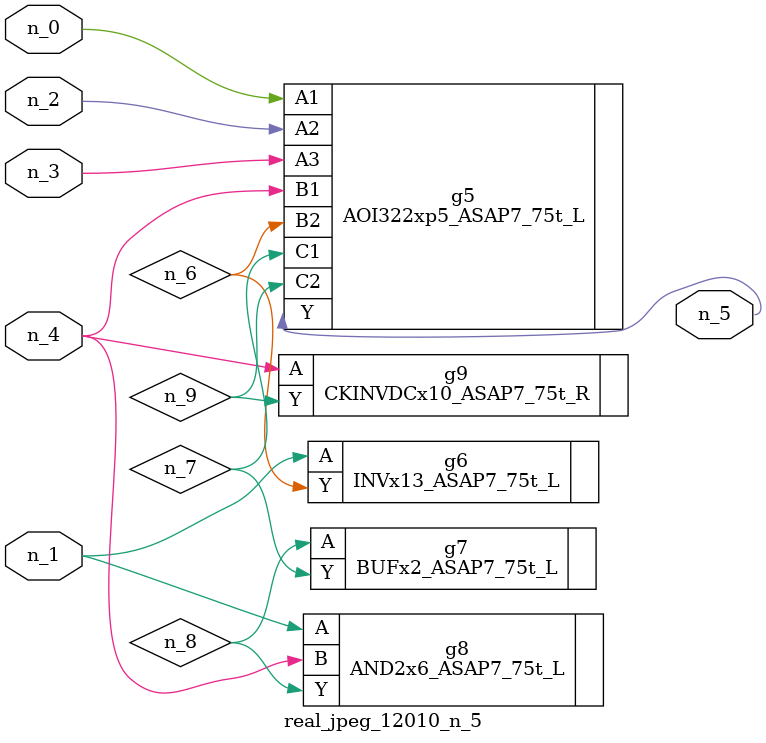
<source format=v>
module real_jpeg_12010_n_5 (n_4, n_0, n_1, n_2, n_3, n_5);

input n_4;
input n_0;
input n_1;
input n_2;
input n_3;

output n_5;

wire n_8;
wire n_6;
wire n_7;
wire n_9;

AOI322xp5_ASAP7_75t_L g5 ( 
.A1(n_0),
.A2(n_2),
.A3(n_3),
.B1(n_4),
.B2(n_6),
.C1(n_7),
.C2(n_9),
.Y(n_5)
);

INVx13_ASAP7_75t_L g6 ( 
.A(n_1),
.Y(n_6)
);

AND2x6_ASAP7_75t_L g8 ( 
.A(n_1),
.B(n_4),
.Y(n_8)
);

CKINVDCx10_ASAP7_75t_R g9 ( 
.A(n_4),
.Y(n_9)
);

BUFx2_ASAP7_75t_L g7 ( 
.A(n_8),
.Y(n_7)
);


endmodule
</source>
